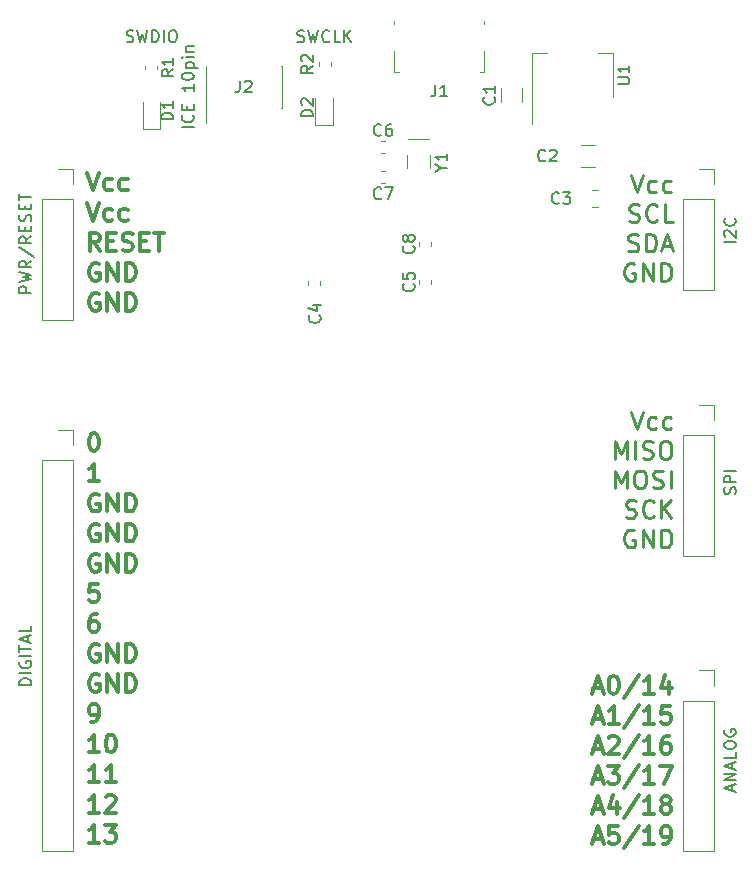
<source format=gbr>
G04 #@! TF.GenerationSoftware,KiCad,Pcbnew,(5.0.0-3-g5ebb6b6)*
G04 #@! TF.CreationDate,2019-01-17T20:41:18+00:00*
G04 #@! TF.ProjectId,Mangler,4D616E676C65722E6B696361645F7063,rev?*
G04 #@! TF.SameCoordinates,Original*
G04 #@! TF.FileFunction,Legend,Top*
G04 #@! TF.FilePolarity,Positive*
%FSLAX46Y46*%
G04 Gerber Fmt 4.6, Leading zero omitted, Abs format (unit mm)*
G04 Created by KiCad (PCBNEW (5.0.0-3-g5ebb6b6)) date Thursday, 17 January 2019 at 20:41:18*
%MOMM*%
%LPD*%
G01*
G04 APERTURE LIST*
%ADD10C,0.300000*%
%ADD11C,0.250000*%
%ADD12C,0.120000*%
%ADD13C,0.150000*%
G04 APERTURE END LIST*
D10*
X27237857Y-40008571D02*
X27737857Y-41508571D01*
X28237857Y-40008571D01*
X29380714Y-41437142D02*
X29237857Y-41508571D01*
X28952142Y-41508571D01*
X28809285Y-41437142D01*
X28737857Y-41365714D01*
X28666428Y-41222857D01*
X28666428Y-40794285D01*
X28737857Y-40651428D01*
X28809285Y-40580000D01*
X28952142Y-40508571D01*
X29237857Y-40508571D01*
X29380714Y-40580000D01*
X30666428Y-41437142D02*
X30523571Y-41508571D01*
X30237857Y-41508571D01*
X30095000Y-41437142D01*
X30023571Y-41365714D01*
X29952142Y-41222857D01*
X29952142Y-40794285D01*
X30023571Y-40651428D01*
X30095000Y-40580000D01*
X30237857Y-40508571D01*
X30523571Y-40508571D01*
X30666428Y-40580000D01*
X27237857Y-42558571D02*
X27737857Y-44058571D01*
X28237857Y-42558571D01*
X29380714Y-43987142D02*
X29237857Y-44058571D01*
X28952142Y-44058571D01*
X28809285Y-43987142D01*
X28737857Y-43915714D01*
X28666428Y-43772857D01*
X28666428Y-43344285D01*
X28737857Y-43201428D01*
X28809285Y-43130000D01*
X28952142Y-43058571D01*
X29237857Y-43058571D01*
X29380714Y-43130000D01*
X30666428Y-43987142D02*
X30523571Y-44058571D01*
X30237857Y-44058571D01*
X30095000Y-43987142D01*
X30023571Y-43915714D01*
X29952142Y-43772857D01*
X29952142Y-43344285D01*
X30023571Y-43201428D01*
X30095000Y-43130000D01*
X30237857Y-43058571D01*
X30523571Y-43058571D01*
X30666428Y-43130000D01*
X28309285Y-46608571D02*
X27809285Y-45894285D01*
X27452142Y-46608571D02*
X27452142Y-45108571D01*
X28023571Y-45108571D01*
X28166428Y-45180000D01*
X28237857Y-45251428D01*
X28309285Y-45394285D01*
X28309285Y-45608571D01*
X28237857Y-45751428D01*
X28166428Y-45822857D01*
X28023571Y-45894285D01*
X27452142Y-45894285D01*
X28952142Y-45822857D02*
X29452142Y-45822857D01*
X29666428Y-46608571D02*
X28952142Y-46608571D01*
X28952142Y-45108571D01*
X29666428Y-45108571D01*
X30237857Y-46537142D02*
X30452142Y-46608571D01*
X30809285Y-46608571D01*
X30952142Y-46537142D01*
X31023571Y-46465714D01*
X31095000Y-46322857D01*
X31095000Y-46180000D01*
X31023571Y-46037142D01*
X30952142Y-45965714D01*
X30809285Y-45894285D01*
X30523571Y-45822857D01*
X30380714Y-45751428D01*
X30309285Y-45680000D01*
X30237857Y-45537142D01*
X30237857Y-45394285D01*
X30309285Y-45251428D01*
X30380714Y-45180000D01*
X30523571Y-45108571D01*
X30880714Y-45108571D01*
X31095000Y-45180000D01*
X31737857Y-45822857D02*
X32237857Y-45822857D01*
X32452142Y-46608571D02*
X31737857Y-46608571D01*
X31737857Y-45108571D01*
X32452142Y-45108571D01*
X32880714Y-45108571D02*
X33737857Y-45108571D01*
X33309285Y-46608571D02*
X33309285Y-45108571D01*
X28237857Y-47730000D02*
X28095000Y-47658571D01*
X27880714Y-47658571D01*
X27666428Y-47730000D01*
X27523571Y-47872857D01*
X27452142Y-48015714D01*
X27380714Y-48301428D01*
X27380714Y-48515714D01*
X27452142Y-48801428D01*
X27523571Y-48944285D01*
X27666428Y-49087142D01*
X27880714Y-49158571D01*
X28023571Y-49158571D01*
X28237857Y-49087142D01*
X28309285Y-49015714D01*
X28309285Y-48515714D01*
X28023571Y-48515714D01*
X28952142Y-49158571D02*
X28952142Y-47658571D01*
X29809285Y-49158571D01*
X29809285Y-47658571D01*
X30523571Y-49158571D02*
X30523571Y-47658571D01*
X30880714Y-47658571D01*
X31095000Y-47730000D01*
X31237857Y-47872857D01*
X31309285Y-48015714D01*
X31380714Y-48301428D01*
X31380714Y-48515714D01*
X31309285Y-48801428D01*
X31237857Y-48944285D01*
X31095000Y-49087142D01*
X30880714Y-49158571D01*
X30523571Y-49158571D01*
X28237857Y-50280000D02*
X28095000Y-50208571D01*
X27880714Y-50208571D01*
X27666428Y-50280000D01*
X27523571Y-50422857D01*
X27452142Y-50565714D01*
X27380714Y-50851428D01*
X27380714Y-51065714D01*
X27452142Y-51351428D01*
X27523571Y-51494285D01*
X27666428Y-51637142D01*
X27880714Y-51708571D01*
X28023571Y-51708571D01*
X28237857Y-51637142D01*
X28309285Y-51565714D01*
X28309285Y-51065714D01*
X28023571Y-51065714D01*
X28952142Y-51708571D02*
X28952142Y-50208571D01*
X29809285Y-51708571D01*
X29809285Y-50208571D01*
X30523571Y-51708571D02*
X30523571Y-50208571D01*
X30880714Y-50208571D01*
X31095000Y-50280000D01*
X31237857Y-50422857D01*
X31309285Y-50565714D01*
X31380714Y-50851428D01*
X31380714Y-51065714D01*
X31309285Y-51351428D01*
X31237857Y-51494285D01*
X31095000Y-51637142D01*
X30880714Y-51708571D01*
X30523571Y-51708571D01*
X27737857Y-62083571D02*
X27880714Y-62083571D01*
X28023571Y-62155000D01*
X28095000Y-62226428D01*
X28166428Y-62369285D01*
X28237857Y-62655000D01*
X28237857Y-63012142D01*
X28166428Y-63297857D01*
X28095000Y-63440714D01*
X28023571Y-63512142D01*
X27880714Y-63583571D01*
X27737857Y-63583571D01*
X27595000Y-63512142D01*
X27523571Y-63440714D01*
X27452142Y-63297857D01*
X27380714Y-63012142D01*
X27380714Y-62655000D01*
X27452142Y-62369285D01*
X27523571Y-62226428D01*
X27595000Y-62155000D01*
X27737857Y-62083571D01*
X28237857Y-66133571D02*
X27380714Y-66133571D01*
X27809285Y-66133571D02*
X27809285Y-64633571D01*
X27666428Y-64847857D01*
X27523571Y-64990714D01*
X27380714Y-65062142D01*
X28237857Y-67255000D02*
X28095000Y-67183571D01*
X27880714Y-67183571D01*
X27666428Y-67255000D01*
X27523571Y-67397857D01*
X27452142Y-67540714D01*
X27380714Y-67826428D01*
X27380714Y-68040714D01*
X27452142Y-68326428D01*
X27523571Y-68469285D01*
X27666428Y-68612142D01*
X27880714Y-68683571D01*
X28023571Y-68683571D01*
X28237857Y-68612142D01*
X28309285Y-68540714D01*
X28309285Y-68040714D01*
X28023571Y-68040714D01*
X28952142Y-68683571D02*
X28952142Y-67183571D01*
X29809285Y-68683571D01*
X29809285Y-67183571D01*
X30523571Y-68683571D02*
X30523571Y-67183571D01*
X30880714Y-67183571D01*
X31095000Y-67255000D01*
X31237857Y-67397857D01*
X31309285Y-67540714D01*
X31380714Y-67826428D01*
X31380714Y-68040714D01*
X31309285Y-68326428D01*
X31237857Y-68469285D01*
X31095000Y-68612142D01*
X30880714Y-68683571D01*
X30523571Y-68683571D01*
X28237857Y-69805000D02*
X28095000Y-69733571D01*
X27880714Y-69733571D01*
X27666428Y-69805000D01*
X27523571Y-69947857D01*
X27452142Y-70090714D01*
X27380714Y-70376428D01*
X27380714Y-70590714D01*
X27452142Y-70876428D01*
X27523571Y-71019285D01*
X27666428Y-71162142D01*
X27880714Y-71233571D01*
X28023571Y-71233571D01*
X28237857Y-71162142D01*
X28309285Y-71090714D01*
X28309285Y-70590714D01*
X28023571Y-70590714D01*
X28952142Y-71233571D02*
X28952142Y-69733571D01*
X29809285Y-71233571D01*
X29809285Y-69733571D01*
X30523571Y-71233571D02*
X30523571Y-69733571D01*
X30880714Y-69733571D01*
X31095000Y-69805000D01*
X31237857Y-69947857D01*
X31309285Y-70090714D01*
X31380714Y-70376428D01*
X31380714Y-70590714D01*
X31309285Y-70876428D01*
X31237857Y-71019285D01*
X31095000Y-71162142D01*
X30880714Y-71233571D01*
X30523571Y-71233571D01*
X28237857Y-72355000D02*
X28095000Y-72283571D01*
X27880714Y-72283571D01*
X27666428Y-72355000D01*
X27523571Y-72497857D01*
X27452142Y-72640714D01*
X27380714Y-72926428D01*
X27380714Y-73140714D01*
X27452142Y-73426428D01*
X27523571Y-73569285D01*
X27666428Y-73712142D01*
X27880714Y-73783571D01*
X28023571Y-73783571D01*
X28237857Y-73712142D01*
X28309285Y-73640714D01*
X28309285Y-73140714D01*
X28023571Y-73140714D01*
X28952142Y-73783571D02*
X28952142Y-72283571D01*
X29809285Y-73783571D01*
X29809285Y-72283571D01*
X30523571Y-73783571D02*
X30523571Y-72283571D01*
X30880714Y-72283571D01*
X31095000Y-72355000D01*
X31237857Y-72497857D01*
X31309285Y-72640714D01*
X31380714Y-72926428D01*
X31380714Y-73140714D01*
X31309285Y-73426428D01*
X31237857Y-73569285D01*
X31095000Y-73712142D01*
X30880714Y-73783571D01*
X30523571Y-73783571D01*
X28166428Y-74833571D02*
X27452142Y-74833571D01*
X27380714Y-75547857D01*
X27452142Y-75476428D01*
X27595000Y-75405000D01*
X27952142Y-75405000D01*
X28095000Y-75476428D01*
X28166428Y-75547857D01*
X28237857Y-75690714D01*
X28237857Y-76047857D01*
X28166428Y-76190714D01*
X28095000Y-76262142D01*
X27952142Y-76333571D01*
X27595000Y-76333571D01*
X27452142Y-76262142D01*
X27380714Y-76190714D01*
X28095000Y-77383571D02*
X27809285Y-77383571D01*
X27666428Y-77455000D01*
X27595000Y-77526428D01*
X27452142Y-77740714D01*
X27380714Y-78026428D01*
X27380714Y-78597857D01*
X27452142Y-78740714D01*
X27523571Y-78812142D01*
X27666428Y-78883571D01*
X27952142Y-78883571D01*
X28095000Y-78812142D01*
X28166428Y-78740714D01*
X28237857Y-78597857D01*
X28237857Y-78240714D01*
X28166428Y-78097857D01*
X28095000Y-78026428D01*
X27952142Y-77955000D01*
X27666428Y-77955000D01*
X27523571Y-78026428D01*
X27452142Y-78097857D01*
X27380714Y-78240714D01*
X28237857Y-80005000D02*
X28095000Y-79933571D01*
X27880714Y-79933571D01*
X27666428Y-80005000D01*
X27523571Y-80147857D01*
X27452142Y-80290714D01*
X27380714Y-80576428D01*
X27380714Y-80790714D01*
X27452142Y-81076428D01*
X27523571Y-81219285D01*
X27666428Y-81362142D01*
X27880714Y-81433571D01*
X28023571Y-81433571D01*
X28237857Y-81362142D01*
X28309285Y-81290714D01*
X28309285Y-80790714D01*
X28023571Y-80790714D01*
X28952142Y-81433571D02*
X28952142Y-79933571D01*
X29809285Y-81433571D01*
X29809285Y-79933571D01*
X30523571Y-81433571D02*
X30523571Y-79933571D01*
X30880714Y-79933571D01*
X31095000Y-80005000D01*
X31237857Y-80147857D01*
X31309285Y-80290714D01*
X31380714Y-80576428D01*
X31380714Y-80790714D01*
X31309285Y-81076428D01*
X31237857Y-81219285D01*
X31095000Y-81362142D01*
X30880714Y-81433571D01*
X30523571Y-81433571D01*
X28237857Y-82555000D02*
X28095000Y-82483571D01*
X27880714Y-82483571D01*
X27666428Y-82555000D01*
X27523571Y-82697857D01*
X27452142Y-82840714D01*
X27380714Y-83126428D01*
X27380714Y-83340714D01*
X27452142Y-83626428D01*
X27523571Y-83769285D01*
X27666428Y-83912142D01*
X27880714Y-83983571D01*
X28023571Y-83983571D01*
X28237857Y-83912142D01*
X28309285Y-83840714D01*
X28309285Y-83340714D01*
X28023571Y-83340714D01*
X28952142Y-83983571D02*
X28952142Y-82483571D01*
X29809285Y-83983571D01*
X29809285Y-82483571D01*
X30523571Y-83983571D02*
X30523571Y-82483571D01*
X30880714Y-82483571D01*
X31095000Y-82555000D01*
X31237857Y-82697857D01*
X31309285Y-82840714D01*
X31380714Y-83126428D01*
X31380714Y-83340714D01*
X31309285Y-83626428D01*
X31237857Y-83769285D01*
X31095000Y-83912142D01*
X30880714Y-83983571D01*
X30523571Y-83983571D01*
X27523571Y-86533571D02*
X27809285Y-86533571D01*
X27952142Y-86462142D01*
X28023571Y-86390714D01*
X28166428Y-86176428D01*
X28237857Y-85890714D01*
X28237857Y-85319285D01*
X28166428Y-85176428D01*
X28095000Y-85105000D01*
X27952142Y-85033571D01*
X27666428Y-85033571D01*
X27523571Y-85105000D01*
X27452142Y-85176428D01*
X27380714Y-85319285D01*
X27380714Y-85676428D01*
X27452142Y-85819285D01*
X27523571Y-85890714D01*
X27666428Y-85962142D01*
X27952142Y-85962142D01*
X28095000Y-85890714D01*
X28166428Y-85819285D01*
X28237857Y-85676428D01*
X28237857Y-89083571D02*
X27380714Y-89083571D01*
X27809285Y-89083571D02*
X27809285Y-87583571D01*
X27666428Y-87797857D01*
X27523571Y-87940714D01*
X27380714Y-88012142D01*
X29166428Y-87583571D02*
X29309285Y-87583571D01*
X29452142Y-87655000D01*
X29523571Y-87726428D01*
X29595000Y-87869285D01*
X29666428Y-88155000D01*
X29666428Y-88512142D01*
X29595000Y-88797857D01*
X29523571Y-88940714D01*
X29452142Y-89012142D01*
X29309285Y-89083571D01*
X29166428Y-89083571D01*
X29023571Y-89012142D01*
X28952142Y-88940714D01*
X28880714Y-88797857D01*
X28809285Y-88512142D01*
X28809285Y-88155000D01*
X28880714Y-87869285D01*
X28952142Y-87726428D01*
X29023571Y-87655000D01*
X29166428Y-87583571D01*
X28237857Y-91633571D02*
X27380714Y-91633571D01*
X27809285Y-91633571D02*
X27809285Y-90133571D01*
X27666428Y-90347857D01*
X27523571Y-90490714D01*
X27380714Y-90562142D01*
X29666428Y-91633571D02*
X28809285Y-91633571D01*
X29237857Y-91633571D02*
X29237857Y-90133571D01*
X29095000Y-90347857D01*
X28952142Y-90490714D01*
X28809285Y-90562142D01*
X28237857Y-94183571D02*
X27380714Y-94183571D01*
X27809285Y-94183571D02*
X27809285Y-92683571D01*
X27666428Y-92897857D01*
X27523571Y-93040714D01*
X27380714Y-93112142D01*
X28809285Y-92826428D02*
X28880714Y-92755000D01*
X29023571Y-92683571D01*
X29380714Y-92683571D01*
X29523571Y-92755000D01*
X29595000Y-92826428D01*
X29666428Y-92969285D01*
X29666428Y-93112142D01*
X29595000Y-93326428D01*
X28737857Y-94183571D01*
X29666428Y-94183571D01*
X28237857Y-96733571D02*
X27380714Y-96733571D01*
X27809285Y-96733571D02*
X27809285Y-95233571D01*
X27666428Y-95447857D01*
X27523571Y-95590714D01*
X27380714Y-95662142D01*
X28737857Y-95233571D02*
X29666428Y-95233571D01*
X29166428Y-95805000D01*
X29380714Y-95805000D01*
X29523571Y-95876428D01*
X29595000Y-95947857D01*
X29666428Y-96090714D01*
X29666428Y-96447857D01*
X29595000Y-96590714D01*
X29523571Y-96662142D01*
X29380714Y-96733571D01*
X28952142Y-96733571D01*
X28809285Y-96662142D01*
X28737857Y-96590714D01*
X70097857Y-83675000D02*
X70812142Y-83675000D01*
X69955000Y-84103571D02*
X70455000Y-82603571D01*
X70955000Y-84103571D01*
X71740714Y-82603571D02*
X71883571Y-82603571D01*
X72026428Y-82675000D01*
X72097857Y-82746428D01*
X72169285Y-82889285D01*
X72240714Y-83175000D01*
X72240714Y-83532142D01*
X72169285Y-83817857D01*
X72097857Y-83960714D01*
X72026428Y-84032142D01*
X71883571Y-84103571D01*
X71740714Y-84103571D01*
X71597857Y-84032142D01*
X71526428Y-83960714D01*
X71455000Y-83817857D01*
X71383571Y-83532142D01*
X71383571Y-83175000D01*
X71455000Y-82889285D01*
X71526428Y-82746428D01*
X71597857Y-82675000D01*
X71740714Y-82603571D01*
X73955000Y-82532142D02*
X72669285Y-84460714D01*
X75240714Y-84103571D02*
X74383571Y-84103571D01*
X74812142Y-84103571D02*
X74812142Y-82603571D01*
X74669285Y-82817857D01*
X74526428Y-82960714D01*
X74383571Y-83032142D01*
X76526428Y-83103571D02*
X76526428Y-84103571D01*
X76169285Y-82532142D02*
X75812142Y-83603571D01*
X76740714Y-83603571D01*
X70097857Y-86225000D02*
X70812142Y-86225000D01*
X69955000Y-86653571D02*
X70455000Y-85153571D01*
X70955000Y-86653571D01*
X72240714Y-86653571D02*
X71383571Y-86653571D01*
X71812142Y-86653571D02*
X71812142Y-85153571D01*
X71669285Y-85367857D01*
X71526428Y-85510714D01*
X71383571Y-85582142D01*
X73955000Y-85082142D02*
X72669285Y-87010714D01*
X75240714Y-86653571D02*
X74383571Y-86653571D01*
X74812142Y-86653571D02*
X74812142Y-85153571D01*
X74669285Y-85367857D01*
X74526428Y-85510714D01*
X74383571Y-85582142D01*
X76597857Y-85153571D02*
X75883571Y-85153571D01*
X75812142Y-85867857D01*
X75883571Y-85796428D01*
X76026428Y-85725000D01*
X76383571Y-85725000D01*
X76526428Y-85796428D01*
X76597857Y-85867857D01*
X76669285Y-86010714D01*
X76669285Y-86367857D01*
X76597857Y-86510714D01*
X76526428Y-86582142D01*
X76383571Y-86653571D01*
X76026428Y-86653571D01*
X75883571Y-86582142D01*
X75812142Y-86510714D01*
X70097857Y-88775000D02*
X70812142Y-88775000D01*
X69955000Y-89203571D02*
X70455000Y-87703571D01*
X70955000Y-89203571D01*
X71383571Y-87846428D02*
X71455000Y-87775000D01*
X71597857Y-87703571D01*
X71955000Y-87703571D01*
X72097857Y-87775000D01*
X72169285Y-87846428D01*
X72240714Y-87989285D01*
X72240714Y-88132142D01*
X72169285Y-88346428D01*
X71312142Y-89203571D01*
X72240714Y-89203571D01*
X73955000Y-87632142D02*
X72669285Y-89560714D01*
X75240714Y-89203571D02*
X74383571Y-89203571D01*
X74812142Y-89203571D02*
X74812142Y-87703571D01*
X74669285Y-87917857D01*
X74526428Y-88060714D01*
X74383571Y-88132142D01*
X76526428Y-87703571D02*
X76240714Y-87703571D01*
X76097857Y-87775000D01*
X76026428Y-87846428D01*
X75883571Y-88060714D01*
X75812142Y-88346428D01*
X75812142Y-88917857D01*
X75883571Y-89060714D01*
X75955000Y-89132142D01*
X76097857Y-89203571D01*
X76383571Y-89203571D01*
X76526428Y-89132142D01*
X76597857Y-89060714D01*
X76669285Y-88917857D01*
X76669285Y-88560714D01*
X76597857Y-88417857D01*
X76526428Y-88346428D01*
X76383571Y-88275000D01*
X76097857Y-88275000D01*
X75955000Y-88346428D01*
X75883571Y-88417857D01*
X75812142Y-88560714D01*
X70097857Y-91325000D02*
X70812142Y-91325000D01*
X69955000Y-91753571D02*
X70455000Y-90253571D01*
X70955000Y-91753571D01*
X71312142Y-90253571D02*
X72240714Y-90253571D01*
X71740714Y-90825000D01*
X71955000Y-90825000D01*
X72097857Y-90896428D01*
X72169285Y-90967857D01*
X72240714Y-91110714D01*
X72240714Y-91467857D01*
X72169285Y-91610714D01*
X72097857Y-91682142D01*
X71955000Y-91753571D01*
X71526428Y-91753571D01*
X71383571Y-91682142D01*
X71312142Y-91610714D01*
X73955000Y-90182142D02*
X72669285Y-92110714D01*
X75240714Y-91753571D02*
X74383571Y-91753571D01*
X74812142Y-91753571D02*
X74812142Y-90253571D01*
X74669285Y-90467857D01*
X74526428Y-90610714D01*
X74383571Y-90682142D01*
X75740714Y-90253571D02*
X76740714Y-90253571D01*
X76097857Y-91753571D01*
X70097857Y-93875000D02*
X70812142Y-93875000D01*
X69955000Y-94303571D02*
X70455000Y-92803571D01*
X70955000Y-94303571D01*
X72097857Y-93303571D02*
X72097857Y-94303571D01*
X71740714Y-92732142D02*
X71383571Y-93803571D01*
X72312142Y-93803571D01*
X73955000Y-92732142D02*
X72669285Y-94660714D01*
X75240714Y-94303571D02*
X74383571Y-94303571D01*
X74812142Y-94303571D02*
X74812142Y-92803571D01*
X74669285Y-93017857D01*
X74526428Y-93160714D01*
X74383571Y-93232142D01*
X76097857Y-93446428D02*
X75955000Y-93375000D01*
X75883571Y-93303571D01*
X75812142Y-93160714D01*
X75812142Y-93089285D01*
X75883571Y-92946428D01*
X75955000Y-92875000D01*
X76097857Y-92803571D01*
X76383571Y-92803571D01*
X76526428Y-92875000D01*
X76597857Y-92946428D01*
X76669285Y-93089285D01*
X76669285Y-93160714D01*
X76597857Y-93303571D01*
X76526428Y-93375000D01*
X76383571Y-93446428D01*
X76097857Y-93446428D01*
X75955000Y-93517857D01*
X75883571Y-93589285D01*
X75812142Y-93732142D01*
X75812142Y-94017857D01*
X75883571Y-94160714D01*
X75955000Y-94232142D01*
X76097857Y-94303571D01*
X76383571Y-94303571D01*
X76526428Y-94232142D01*
X76597857Y-94160714D01*
X76669285Y-94017857D01*
X76669285Y-93732142D01*
X76597857Y-93589285D01*
X76526428Y-93517857D01*
X76383571Y-93446428D01*
X70097857Y-96425000D02*
X70812142Y-96425000D01*
X69955000Y-96853571D02*
X70455000Y-95353571D01*
X70955000Y-96853571D01*
X72169285Y-95353571D02*
X71455000Y-95353571D01*
X71383571Y-96067857D01*
X71455000Y-95996428D01*
X71597857Y-95925000D01*
X71955000Y-95925000D01*
X72097857Y-95996428D01*
X72169285Y-96067857D01*
X72240714Y-96210714D01*
X72240714Y-96567857D01*
X72169285Y-96710714D01*
X72097857Y-96782142D01*
X71955000Y-96853571D01*
X71597857Y-96853571D01*
X71455000Y-96782142D01*
X71383571Y-96710714D01*
X73955000Y-95282142D02*
X72669285Y-97210714D01*
X75240714Y-96853571D02*
X74383571Y-96853571D01*
X74812142Y-96853571D02*
X74812142Y-95353571D01*
X74669285Y-95567857D01*
X74526428Y-95710714D01*
X74383571Y-95782142D01*
X75955000Y-96853571D02*
X76240714Y-96853571D01*
X76383571Y-96782142D01*
X76455000Y-96710714D01*
X76597857Y-96496428D01*
X76669285Y-96210714D01*
X76669285Y-95639285D01*
X76597857Y-95496428D01*
X76526428Y-95425000D01*
X76383571Y-95353571D01*
X76097857Y-95353571D01*
X75955000Y-95425000D01*
X75883571Y-95496428D01*
X75812142Y-95639285D01*
X75812142Y-95996428D01*
X75883571Y-96139285D01*
X75955000Y-96210714D01*
X76097857Y-96282142D01*
X76383571Y-96282142D01*
X76526428Y-96210714D01*
X76597857Y-96139285D01*
X76669285Y-95996428D01*
D11*
X73273214Y-60228571D02*
X73773214Y-61728571D01*
X74273214Y-60228571D01*
X75416071Y-61657142D02*
X75273214Y-61728571D01*
X74987500Y-61728571D01*
X74844642Y-61657142D01*
X74773214Y-61585714D01*
X74701785Y-61442857D01*
X74701785Y-61014285D01*
X74773214Y-60871428D01*
X74844642Y-60800000D01*
X74987500Y-60728571D01*
X75273214Y-60728571D01*
X75416071Y-60800000D01*
X76701785Y-61657142D02*
X76558928Y-61728571D01*
X76273214Y-61728571D01*
X76130357Y-61657142D01*
X76058928Y-61585714D01*
X75987500Y-61442857D01*
X75987500Y-61014285D01*
X76058928Y-60871428D01*
X76130357Y-60800000D01*
X76273214Y-60728571D01*
X76558928Y-60728571D01*
X76701785Y-60800000D01*
X71916071Y-64228571D02*
X71916071Y-62728571D01*
X72416071Y-63800000D01*
X72916071Y-62728571D01*
X72916071Y-64228571D01*
X73630357Y-64228571D02*
X73630357Y-62728571D01*
X74273214Y-64157142D02*
X74487500Y-64228571D01*
X74844642Y-64228571D01*
X74987500Y-64157142D01*
X75058928Y-64085714D01*
X75130357Y-63942857D01*
X75130357Y-63800000D01*
X75058928Y-63657142D01*
X74987500Y-63585714D01*
X74844642Y-63514285D01*
X74558928Y-63442857D01*
X74416071Y-63371428D01*
X74344642Y-63300000D01*
X74273214Y-63157142D01*
X74273214Y-63014285D01*
X74344642Y-62871428D01*
X74416071Y-62800000D01*
X74558928Y-62728571D01*
X74916071Y-62728571D01*
X75130357Y-62800000D01*
X76058928Y-62728571D02*
X76344642Y-62728571D01*
X76487500Y-62800000D01*
X76630357Y-62942857D01*
X76701785Y-63228571D01*
X76701785Y-63728571D01*
X76630357Y-64014285D01*
X76487500Y-64157142D01*
X76344642Y-64228571D01*
X76058928Y-64228571D01*
X75916071Y-64157142D01*
X75773214Y-64014285D01*
X75701785Y-63728571D01*
X75701785Y-63228571D01*
X75773214Y-62942857D01*
X75916071Y-62800000D01*
X76058928Y-62728571D01*
X71916071Y-66728571D02*
X71916071Y-65228571D01*
X72416071Y-66300000D01*
X72916071Y-65228571D01*
X72916071Y-66728571D01*
X73916071Y-65228571D02*
X74201785Y-65228571D01*
X74344642Y-65300000D01*
X74487500Y-65442857D01*
X74558928Y-65728571D01*
X74558928Y-66228571D01*
X74487500Y-66514285D01*
X74344642Y-66657142D01*
X74201785Y-66728571D01*
X73916071Y-66728571D01*
X73773214Y-66657142D01*
X73630357Y-66514285D01*
X73558928Y-66228571D01*
X73558928Y-65728571D01*
X73630357Y-65442857D01*
X73773214Y-65300000D01*
X73916071Y-65228571D01*
X75130357Y-66657142D02*
X75344642Y-66728571D01*
X75701785Y-66728571D01*
X75844642Y-66657142D01*
X75916071Y-66585714D01*
X75987500Y-66442857D01*
X75987500Y-66300000D01*
X75916071Y-66157142D01*
X75844642Y-66085714D01*
X75701785Y-66014285D01*
X75416071Y-65942857D01*
X75273214Y-65871428D01*
X75201785Y-65800000D01*
X75130357Y-65657142D01*
X75130357Y-65514285D01*
X75201785Y-65371428D01*
X75273214Y-65300000D01*
X75416071Y-65228571D01*
X75773214Y-65228571D01*
X75987500Y-65300000D01*
X76630357Y-66728571D02*
X76630357Y-65228571D01*
X72844642Y-69157142D02*
X73058928Y-69228571D01*
X73416071Y-69228571D01*
X73558928Y-69157142D01*
X73630357Y-69085714D01*
X73701785Y-68942857D01*
X73701785Y-68800000D01*
X73630357Y-68657142D01*
X73558928Y-68585714D01*
X73416071Y-68514285D01*
X73130357Y-68442857D01*
X72987500Y-68371428D01*
X72916071Y-68300000D01*
X72844642Y-68157142D01*
X72844642Y-68014285D01*
X72916071Y-67871428D01*
X72987500Y-67800000D01*
X73130357Y-67728571D01*
X73487500Y-67728571D01*
X73701785Y-67800000D01*
X75201785Y-69085714D02*
X75130357Y-69157142D01*
X74916071Y-69228571D01*
X74773214Y-69228571D01*
X74558928Y-69157142D01*
X74416071Y-69014285D01*
X74344642Y-68871428D01*
X74273214Y-68585714D01*
X74273214Y-68371428D01*
X74344642Y-68085714D01*
X74416071Y-67942857D01*
X74558928Y-67800000D01*
X74773214Y-67728571D01*
X74916071Y-67728571D01*
X75130357Y-67800000D01*
X75201785Y-67871428D01*
X75844642Y-69228571D02*
X75844642Y-67728571D01*
X76701785Y-69228571D02*
X76058928Y-68371428D01*
X76701785Y-67728571D02*
X75844642Y-68585714D01*
X73558928Y-70300000D02*
X73416071Y-70228571D01*
X73201785Y-70228571D01*
X72987500Y-70300000D01*
X72844642Y-70442857D01*
X72773214Y-70585714D01*
X72701785Y-70871428D01*
X72701785Y-71085714D01*
X72773214Y-71371428D01*
X72844642Y-71514285D01*
X72987500Y-71657142D01*
X73201785Y-71728571D01*
X73344642Y-71728571D01*
X73558928Y-71657142D01*
X73630357Y-71585714D01*
X73630357Y-71085714D01*
X73344642Y-71085714D01*
X74273214Y-71728571D02*
X74273214Y-70228571D01*
X75130357Y-71728571D01*
X75130357Y-70228571D01*
X75844642Y-71728571D02*
X75844642Y-70228571D01*
X76201785Y-70228571D01*
X76416071Y-70300000D01*
X76558928Y-70442857D01*
X76630357Y-70585714D01*
X76701785Y-70871428D01*
X76701785Y-71085714D01*
X76630357Y-71371428D01*
X76558928Y-71514285D01*
X76416071Y-71657142D01*
X76201785Y-71728571D01*
X75844642Y-71728571D01*
X73273214Y-40178571D02*
X73773214Y-41678571D01*
X74273214Y-40178571D01*
X75416071Y-41607142D02*
X75273214Y-41678571D01*
X74987500Y-41678571D01*
X74844642Y-41607142D01*
X74773214Y-41535714D01*
X74701785Y-41392857D01*
X74701785Y-40964285D01*
X74773214Y-40821428D01*
X74844642Y-40750000D01*
X74987500Y-40678571D01*
X75273214Y-40678571D01*
X75416071Y-40750000D01*
X76701785Y-41607142D02*
X76558928Y-41678571D01*
X76273214Y-41678571D01*
X76130357Y-41607142D01*
X76058928Y-41535714D01*
X75987500Y-41392857D01*
X75987500Y-40964285D01*
X76058928Y-40821428D01*
X76130357Y-40750000D01*
X76273214Y-40678571D01*
X76558928Y-40678571D01*
X76701785Y-40750000D01*
X73130357Y-44107142D02*
X73344642Y-44178571D01*
X73701785Y-44178571D01*
X73844642Y-44107142D01*
X73916071Y-44035714D01*
X73987500Y-43892857D01*
X73987500Y-43750000D01*
X73916071Y-43607142D01*
X73844642Y-43535714D01*
X73701785Y-43464285D01*
X73416071Y-43392857D01*
X73273214Y-43321428D01*
X73201785Y-43250000D01*
X73130357Y-43107142D01*
X73130357Y-42964285D01*
X73201785Y-42821428D01*
X73273214Y-42750000D01*
X73416071Y-42678571D01*
X73773214Y-42678571D01*
X73987500Y-42750000D01*
X75487500Y-44035714D02*
X75416071Y-44107142D01*
X75201785Y-44178571D01*
X75058928Y-44178571D01*
X74844642Y-44107142D01*
X74701785Y-43964285D01*
X74630357Y-43821428D01*
X74558928Y-43535714D01*
X74558928Y-43321428D01*
X74630357Y-43035714D01*
X74701785Y-42892857D01*
X74844642Y-42750000D01*
X75058928Y-42678571D01*
X75201785Y-42678571D01*
X75416071Y-42750000D01*
X75487500Y-42821428D01*
X76844642Y-44178571D02*
X76130357Y-44178571D01*
X76130357Y-42678571D01*
X73058928Y-46607142D02*
X73273214Y-46678571D01*
X73630357Y-46678571D01*
X73773214Y-46607142D01*
X73844642Y-46535714D01*
X73916071Y-46392857D01*
X73916071Y-46250000D01*
X73844642Y-46107142D01*
X73773214Y-46035714D01*
X73630357Y-45964285D01*
X73344642Y-45892857D01*
X73201785Y-45821428D01*
X73130357Y-45750000D01*
X73058928Y-45607142D01*
X73058928Y-45464285D01*
X73130357Y-45321428D01*
X73201785Y-45250000D01*
X73344642Y-45178571D01*
X73701785Y-45178571D01*
X73916071Y-45250000D01*
X74558928Y-46678571D02*
X74558928Y-45178571D01*
X74916071Y-45178571D01*
X75130357Y-45250000D01*
X75273214Y-45392857D01*
X75344642Y-45535714D01*
X75416071Y-45821428D01*
X75416071Y-46035714D01*
X75344642Y-46321428D01*
X75273214Y-46464285D01*
X75130357Y-46607142D01*
X74916071Y-46678571D01*
X74558928Y-46678571D01*
X75987500Y-46250000D02*
X76701785Y-46250000D01*
X75844642Y-46678571D02*
X76344642Y-45178571D01*
X76844642Y-46678571D01*
X73558928Y-47750000D02*
X73416071Y-47678571D01*
X73201785Y-47678571D01*
X72987500Y-47750000D01*
X72844642Y-47892857D01*
X72773214Y-48035714D01*
X72701785Y-48321428D01*
X72701785Y-48535714D01*
X72773214Y-48821428D01*
X72844642Y-48964285D01*
X72987500Y-49107142D01*
X73201785Y-49178571D01*
X73344642Y-49178571D01*
X73558928Y-49107142D01*
X73630357Y-49035714D01*
X73630357Y-48535714D01*
X73344642Y-48535714D01*
X74273214Y-49178571D02*
X74273214Y-47678571D01*
X75130357Y-49178571D01*
X75130357Y-47678571D01*
X75844642Y-49178571D02*
X75844642Y-47678571D01*
X76201785Y-47678571D01*
X76416071Y-47750000D01*
X76558928Y-47892857D01*
X76630357Y-48035714D01*
X76701785Y-48321428D01*
X76701785Y-48535714D01*
X76630357Y-48821428D01*
X76558928Y-48964285D01*
X76416071Y-49107142D01*
X76201785Y-49178571D01*
X75844642Y-49178571D01*
D12*
G04 #@! TO.C,J2*
X43670000Y-30965000D02*
X43735000Y-30965000D01*
X43670000Y-34495000D02*
X43735000Y-34495000D01*
X37265000Y-30965000D02*
X37330000Y-30965000D01*
X37265000Y-34495000D02*
X37330000Y-34495000D01*
X37330000Y-35820000D02*
X37330000Y-34495000D01*
X43735000Y-34495000D02*
X43735000Y-30965000D01*
X37265000Y-34495000D02*
X37265000Y-30965000D01*
G04 #@! TO.C,D2*
X48035000Y-35985000D02*
X48035000Y-33700000D01*
X46565000Y-35985000D02*
X48035000Y-35985000D01*
X46565000Y-33700000D02*
X46565000Y-35985000D01*
G04 #@! TO.C,D1*
X33435000Y-36285000D02*
X33435000Y-34000000D01*
X31965000Y-36285000D02*
X33435000Y-36285000D01*
X31965000Y-34000000D02*
X31965000Y-36285000D01*
G04 #@! TO.C,C1*
X64060000Y-34052064D02*
X64060000Y-32847936D01*
X62240000Y-34052064D02*
X62240000Y-32847936D01*
G04 #@! TO.C,C2*
X70272064Y-39510000D02*
X69067936Y-39510000D01*
X70272064Y-37690000D02*
X69067936Y-37690000D01*
G04 #@! TO.C,C3*
X70528578Y-42910000D02*
X70011422Y-42910000D01*
X70528578Y-41490000D02*
X70011422Y-41490000D01*
G04 #@! TO.C,C4*
X46960000Y-49187221D02*
X46960000Y-49512779D01*
X45940000Y-49187221D02*
X45940000Y-49512779D01*
G04 #@! TO.C,C5*
X55340000Y-49412779D02*
X55340000Y-49087221D01*
X56360000Y-49412779D02*
X56360000Y-49087221D01*
G04 #@! TO.C,C6*
X52462779Y-37320000D02*
X52137221Y-37320000D01*
X52462779Y-38340000D02*
X52137221Y-38340000D01*
G04 #@! TO.C,C7*
X52462779Y-40880000D02*
X52137221Y-40880000D01*
X52462779Y-39860000D02*
X52137221Y-39860000D01*
G04 #@! TO.C,C8*
X55340000Y-45887221D02*
X55340000Y-46212779D01*
X56360000Y-45887221D02*
X56360000Y-46212779D01*
G04 #@! TO.C,J1*
X53240000Y-31510000D02*
X53620000Y-31510000D01*
X53240000Y-27460000D02*
X53240000Y-27200000D01*
X53240000Y-31510000D02*
X53240000Y-29740000D01*
X60860000Y-31510000D02*
X60480000Y-31510000D01*
X60860000Y-29740000D02*
X60860000Y-31510000D01*
X60860000Y-27200000D02*
X60860000Y-27460000D01*
G04 #@! TO.C,J3*
X77670000Y-84720000D02*
X80330000Y-84720000D01*
X77670000Y-84720000D02*
X77670000Y-97480000D01*
X77670000Y-97480000D02*
X80330000Y-97480000D01*
X80330000Y-84720000D02*
X80330000Y-97480000D01*
X80330000Y-82120000D02*
X80330000Y-83450000D01*
X79000000Y-82120000D02*
X80330000Y-82120000D01*
G04 #@! TO.C,J4*
X23420000Y-42270000D02*
X26080000Y-42270000D01*
X23420000Y-42270000D02*
X23420000Y-52490000D01*
X23420000Y-52490000D02*
X26080000Y-52490000D01*
X26080000Y-42270000D02*
X26080000Y-52490000D01*
X26080000Y-39670000D02*
X26080000Y-41000000D01*
X24750000Y-39670000D02*
X26080000Y-39670000D01*
G04 #@! TO.C,J5*
X23420000Y-64370000D02*
X26080000Y-64370000D01*
X23420000Y-64370000D02*
X23420000Y-97450000D01*
X23420000Y-97450000D02*
X26080000Y-97450000D01*
X26080000Y-64370000D02*
X26080000Y-97450000D01*
X26080000Y-61770000D02*
X26080000Y-63100000D01*
X24750000Y-61770000D02*
X26080000Y-61770000D01*
G04 #@! TO.C,J6*
X77670000Y-42270000D02*
X80330000Y-42270000D01*
X77670000Y-42270000D02*
X77670000Y-49950000D01*
X77670000Y-49950000D02*
X80330000Y-49950000D01*
X80330000Y-42270000D02*
X80330000Y-49950000D01*
X80330000Y-39670000D02*
X80330000Y-41000000D01*
X79000000Y-39670000D02*
X80330000Y-39670000D01*
G04 #@! TO.C,J7*
X79000000Y-59645000D02*
X80330000Y-59645000D01*
X80330000Y-59645000D02*
X80330000Y-60975000D01*
X80330000Y-62245000D02*
X80330000Y-72465000D01*
X77670000Y-72465000D02*
X80330000Y-72465000D01*
X77670000Y-62245000D02*
X77670000Y-72465000D01*
X77670000Y-62245000D02*
X80330000Y-62245000D01*
G04 #@! TO.C,R1*
X33170000Y-30937221D02*
X33170000Y-31262779D01*
X32150000Y-30937221D02*
X32150000Y-31262779D01*
G04 #@! TO.C,R2*
X46830000Y-30637221D02*
X46830000Y-30962779D01*
X47850000Y-30637221D02*
X47850000Y-30962779D01*
G04 #@! TO.C,Y1*
X56250000Y-38550000D02*
X56250000Y-39650000D01*
X54350000Y-38550000D02*
X54350000Y-39650000D01*
X56200000Y-37150000D02*
X54400000Y-37150000D01*
G04 #@! TO.C,U1*
X71760000Y-29840000D02*
X70500000Y-29840000D01*
X64940000Y-29840000D02*
X66200000Y-29840000D01*
X71760000Y-33600000D02*
X71760000Y-29840000D01*
X64940000Y-35850000D02*
X64940000Y-29840000D01*
G04 #@! TO.C,J2*
D13*
X40166666Y-32202380D02*
X40166666Y-32916666D01*
X40119047Y-33059523D01*
X40023809Y-33154761D01*
X39880952Y-33202380D01*
X39785714Y-33202380D01*
X40595238Y-32297619D02*
X40642857Y-32250000D01*
X40738095Y-32202380D01*
X40976190Y-32202380D01*
X41071428Y-32250000D01*
X41119047Y-32297619D01*
X41166666Y-32392857D01*
X41166666Y-32488095D01*
X41119047Y-32630952D01*
X40547619Y-33202380D01*
X41166666Y-33202380D01*
X36252380Y-36178571D02*
X35252380Y-36178571D01*
X36157142Y-35130952D02*
X36204761Y-35178571D01*
X36252380Y-35321428D01*
X36252380Y-35416666D01*
X36204761Y-35559523D01*
X36109523Y-35654761D01*
X36014285Y-35702380D01*
X35823809Y-35750000D01*
X35680952Y-35750000D01*
X35490476Y-35702380D01*
X35395238Y-35654761D01*
X35300000Y-35559523D01*
X35252380Y-35416666D01*
X35252380Y-35321428D01*
X35300000Y-35178571D01*
X35347619Y-35130952D01*
X35728571Y-34702380D02*
X35728571Y-34369047D01*
X36252380Y-34226190D02*
X36252380Y-34702380D01*
X35252380Y-34702380D01*
X35252380Y-34226190D01*
X36252380Y-32511904D02*
X36252380Y-33083333D01*
X36252380Y-32797619D02*
X35252380Y-32797619D01*
X35395238Y-32892857D01*
X35490476Y-32988095D01*
X35538095Y-33083333D01*
X35252380Y-31892857D02*
X35252380Y-31797619D01*
X35300000Y-31702380D01*
X35347619Y-31654761D01*
X35442857Y-31607142D01*
X35633333Y-31559523D01*
X35871428Y-31559523D01*
X36061904Y-31607142D01*
X36157142Y-31654761D01*
X36204761Y-31702380D01*
X36252380Y-31797619D01*
X36252380Y-31892857D01*
X36204761Y-31988095D01*
X36157142Y-32035714D01*
X36061904Y-32083333D01*
X35871428Y-32130952D01*
X35633333Y-32130952D01*
X35442857Y-32083333D01*
X35347619Y-32035714D01*
X35300000Y-31988095D01*
X35252380Y-31892857D01*
X35585714Y-31130952D02*
X36585714Y-31130952D01*
X35633333Y-31130952D02*
X35585714Y-31035714D01*
X35585714Y-30845238D01*
X35633333Y-30750000D01*
X35680952Y-30702380D01*
X35776190Y-30654761D01*
X36061904Y-30654761D01*
X36157142Y-30702380D01*
X36204761Y-30750000D01*
X36252380Y-30845238D01*
X36252380Y-31035714D01*
X36204761Y-31130952D01*
X36252380Y-30226190D02*
X35585714Y-30226190D01*
X35252380Y-30226190D02*
X35300000Y-30273809D01*
X35347619Y-30226190D01*
X35300000Y-30178571D01*
X35252380Y-30226190D01*
X35347619Y-30226190D01*
X35585714Y-29750000D02*
X36252380Y-29750000D01*
X35680952Y-29750000D02*
X35633333Y-29702380D01*
X35585714Y-29607142D01*
X35585714Y-29464285D01*
X35633333Y-29369047D01*
X35728571Y-29321428D01*
X36252380Y-29321428D01*
G04 #@! TO.C,D2*
X46352380Y-35238095D02*
X45352380Y-35238095D01*
X45352380Y-35000000D01*
X45400000Y-34857142D01*
X45495238Y-34761904D01*
X45590476Y-34714285D01*
X45780952Y-34666666D01*
X45923809Y-34666666D01*
X46114285Y-34714285D01*
X46209523Y-34761904D01*
X46304761Y-34857142D01*
X46352380Y-35000000D01*
X46352380Y-35238095D01*
X45447619Y-34285714D02*
X45400000Y-34238095D01*
X45352380Y-34142857D01*
X45352380Y-33904761D01*
X45400000Y-33809523D01*
X45447619Y-33761904D01*
X45542857Y-33714285D01*
X45638095Y-33714285D01*
X45780952Y-33761904D01*
X46352380Y-34333333D01*
X46352380Y-33714285D01*
X45038095Y-28904761D02*
X45180952Y-28952380D01*
X45419047Y-28952380D01*
X45514285Y-28904761D01*
X45561904Y-28857142D01*
X45609523Y-28761904D01*
X45609523Y-28666666D01*
X45561904Y-28571428D01*
X45514285Y-28523809D01*
X45419047Y-28476190D01*
X45228571Y-28428571D01*
X45133333Y-28380952D01*
X45085714Y-28333333D01*
X45038095Y-28238095D01*
X45038095Y-28142857D01*
X45085714Y-28047619D01*
X45133333Y-28000000D01*
X45228571Y-27952380D01*
X45466666Y-27952380D01*
X45609523Y-28000000D01*
X45942857Y-27952380D02*
X46180952Y-28952380D01*
X46371428Y-28238095D01*
X46561904Y-28952380D01*
X46800000Y-27952380D01*
X47752380Y-28857142D02*
X47704761Y-28904761D01*
X47561904Y-28952380D01*
X47466666Y-28952380D01*
X47323809Y-28904761D01*
X47228571Y-28809523D01*
X47180952Y-28714285D01*
X47133333Y-28523809D01*
X47133333Y-28380952D01*
X47180952Y-28190476D01*
X47228571Y-28095238D01*
X47323809Y-28000000D01*
X47466666Y-27952380D01*
X47561904Y-27952380D01*
X47704761Y-28000000D01*
X47752380Y-28047619D01*
X48657142Y-28952380D02*
X48180952Y-28952380D01*
X48180952Y-27952380D01*
X48990476Y-28952380D02*
X48990476Y-27952380D01*
X49561904Y-28952380D02*
X49133333Y-28380952D01*
X49561904Y-27952380D02*
X48990476Y-28523809D01*
G04 #@! TO.C,D1*
X34502380Y-35488095D02*
X33502380Y-35488095D01*
X33502380Y-35250000D01*
X33550000Y-35107142D01*
X33645238Y-35011904D01*
X33740476Y-34964285D01*
X33930952Y-34916666D01*
X34073809Y-34916666D01*
X34264285Y-34964285D01*
X34359523Y-35011904D01*
X34454761Y-35107142D01*
X34502380Y-35250000D01*
X34502380Y-35488095D01*
X34502380Y-33964285D02*
X34502380Y-34535714D01*
X34502380Y-34250000D02*
X33502380Y-34250000D01*
X33645238Y-34345238D01*
X33740476Y-34440476D01*
X33788095Y-34535714D01*
X30580952Y-28904761D02*
X30723809Y-28952380D01*
X30961904Y-28952380D01*
X31057142Y-28904761D01*
X31104761Y-28857142D01*
X31152380Y-28761904D01*
X31152380Y-28666666D01*
X31104761Y-28571428D01*
X31057142Y-28523809D01*
X30961904Y-28476190D01*
X30771428Y-28428571D01*
X30676190Y-28380952D01*
X30628571Y-28333333D01*
X30580952Y-28238095D01*
X30580952Y-28142857D01*
X30628571Y-28047619D01*
X30676190Y-28000000D01*
X30771428Y-27952380D01*
X31009523Y-27952380D01*
X31152380Y-28000000D01*
X31485714Y-27952380D02*
X31723809Y-28952380D01*
X31914285Y-28238095D01*
X32104761Y-28952380D01*
X32342857Y-27952380D01*
X32723809Y-28952380D02*
X32723809Y-27952380D01*
X32961904Y-27952380D01*
X33104761Y-28000000D01*
X33200000Y-28095238D01*
X33247619Y-28190476D01*
X33295238Y-28380952D01*
X33295238Y-28523809D01*
X33247619Y-28714285D01*
X33200000Y-28809523D01*
X33104761Y-28904761D01*
X32961904Y-28952380D01*
X32723809Y-28952380D01*
X33723809Y-28952380D02*
X33723809Y-27952380D01*
X34390476Y-27952380D02*
X34580952Y-27952380D01*
X34676190Y-28000000D01*
X34771428Y-28095238D01*
X34819047Y-28285714D01*
X34819047Y-28619047D01*
X34771428Y-28809523D01*
X34676190Y-28904761D01*
X34580952Y-28952380D01*
X34390476Y-28952380D01*
X34295238Y-28904761D01*
X34200000Y-28809523D01*
X34152380Y-28619047D01*
X34152380Y-28285714D01*
X34200000Y-28095238D01*
X34295238Y-28000000D01*
X34390476Y-27952380D01*
G04 #@! TO.C,C1*
X61687142Y-33616666D02*
X61734761Y-33664285D01*
X61782380Y-33807142D01*
X61782380Y-33902380D01*
X61734761Y-34045238D01*
X61639523Y-34140476D01*
X61544285Y-34188095D01*
X61353809Y-34235714D01*
X61210952Y-34235714D01*
X61020476Y-34188095D01*
X60925238Y-34140476D01*
X60830000Y-34045238D01*
X60782380Y-33902380D01*
X60782380Y-33807142D01*
X60830000Y-33664285D01*
X60877619Y-33616666D01*
X61782380Y-32664285D02*
X61782380Y-33235714D01*
X61782380Y-32950000D02*
X60782380Y-32950000D01*
X60925238Y-33045238D01*
X61020476Y-33140476D01*
X61068095Y-33235714D01*
G04 #@! TO.C,C2*
X66033333Y-38957142D02*
X65985714Y-39004761D01*
X65842857Y-39052380D01*
X65747619Y-39052380D01*
X65604761Y-39004761D01*
X65509523Y-38909523D01*
X65461904Y-38814285D01*
X65414285Y-38623809D01*
X65414285Y-38480952D01*
X65461904Y-38290476D01*
X65509523Y-38195238D01*
X65604761Y-38100000D01*
X65747619Y-38052380D01*
X65842857Y-38052380D01*
X65985714Y-38100000D01*
X66033333Y-38147619D01*
X66414285Y-38147619D02*
X66461904Y-38100000D01*
X66557142Y-38052380D01*
X66795238Y-38052380D01*
X66890476Y-38100000D01*
X66938095Y-38147619D01*
X66985714Y-38242857D01*
X66985714Y-38338095D01*
X66938095Y-38480952D01*
X66366666Y-39052380D01*
X66985714Y-39052380D01*
G04 #@! TO.C,C3*
X67183333Y-42557142D02*
X67135714Y-42604761D01*
X66992857Y-42652380D01*
X66897619Y-42652380D01*
X66754761Y-42604761D01*
X66659523Y-42509523D01*
X66611904Y-42414285D01*
X66564285Y-42223809D01*
X66564285Y-42080952D01*
X66611904Y-41890476D01*
X66659523Y-41795238D01*
X66754761Y-41700000D01*
X66897619Y-41652380D01*
X66992857Y-41652380D01*
X67135714Y-41700000D01*
X67183333Y-41747619D01*
X67516666Y-41652380D02*
X68135714Y-41652380D01*
X67802380Y-42033333D01*
X67945238Y-42033333D01*
X68040476Y-42080952D01*
X68088095Y-42128571D01*
X68135714Y-42223809D01*
X68135714Y-42461904D01*
X68088095Y-42557142D01*
X68040476Y-42604761D01*
X67945238Y-42652380D01*
X67659523Y-42652380D01*
X67564285Y-42604761D01*
X67516666Y-42557142D01*
G04 #@! TO.C,C4*
X46907142Y-52086666D02*
X46954761Y-52134285D01*
X47002380Y-52277142D01*
X47002380Y-52372380D01*
X46954761Y-52515238D01*
X46859523Y-52610476D01*
X46764285Y-52658095D01*
X46573809Y-52705714D01*
X46430952Y-52705714D01*
X46240476Y-52658095D01*
X46145238Y-52610476D01*
X46050000Y-52515238D01*
X46002380Y-52372380D01*
X46002380Y-52277142D01*
X46050000Y-52134285D01*
X46097619Y-52086666D01*
X46335714Y-51229523D02*
X47002380Y-51229523D01*
X45954761Y-51467619D02*
X46669047Y-51705714D01*
X46669047Y-51086666D01*
G04 #@! TO.C,C5*
X54857142Y-49416666D02*
X54904761Y-49464285D01*
X54952380Y-49607142D01*
X54952380Y-49702380D01*
X54904761Y-49845238D01*
X54809523Y-49940476D01*
X54714285Y-49988095D01*
X54523809Y-50035714D01*
X54380952Y-50035714D01*
X54190476Y-49988095D01*
X54095238Y-49940476D01*
X54000000Y-49845238D01*
X53952380Y-49702380D01*
X53952380Y-49607142D01*
X54000000Y-49464285D01*
X54047619Y-49416666D01*
X53952380Y-48511904D02*
X53952380Y-48988095D01*
X54428571Y-49035714D01*
X54380952Y-48988095D01*
X54333333Y-48892857D01*
X54333333Y-48654761D01*
X54380952Y-48559523D01*
X54428571Y-48511904D01*
X54523809Y-48464285D01*
X54761904Y-48464285D01*
X54857142Y-48511904D01*
X54904761Y-48559523D01*
X54952380Y-48654761D01*
X54952380Y-48892857D01*
X54904761Y-48988095D01*
X54857142Y-49035714D01*
G04 #@! TO.C,C6*
X52133333Y-36807142D02*
X52085714Y-36854761D01*
X51942857Y-36902380D01*
X51847619Y-36902380D01*
X51704761Y-36854761D01*
X51609523Y-36759523D01*
X51561904Y-36664285D01*
X51514285Y-36473809D01*
X51514285Y-36330952D01*
X51561904Y-36140476D01*
X51609523Y-36045238D01*
X51704761Y-35950000D01*
X51847619Y-35902380D01*
X51942857Y-35902380D01*
X52085714Y-35950000D01*
X52133333Y-35997619D01*
X52990476Y-35902380D02*
X52800000Y-35902380D01*
X52704761Y-35950000D01*
X52657142Y-35997619D01*
X52561904Y-36140476D01*
X52514285Y-36330952D01*
X52514285Y-36711904D01*
X52561904Y-36807142D01*
X52609523Y-36854761D01*
X52704761Y-36902380D01*
X52895238Y-36902380D01*
X52990476Y-36854761D01*
X53038095Y-36807142D01*
X53085714Y-36711904D01*
X53085714Y-36473809D01*
X53038095Y-36378571D01*
X52990476Y-36330952D01*
X52895238Y-36283333D01*
X52704761Y-36283333D01*
X52609523Y-36330952D01*
X52561904Y-36378571D01*
X52514285Y-36473809D01*
G04 #@! TO.C,C7*
X52133333Y-42157142D02*
X52085714Y-42204761D01*
X51942857Y-42252380D01*
X51847619Y-42252380D01*
X51704761Y-42204761D01*
X51609523Y-42109523D01*
X51561904Y-42014285D01*
X51514285Y-41823809D01*
X51514285Y-41680952D01*
X51561904Y-41490476D01*
X51609523Y-41395238D01*
X51704761Y-41300000D01*
X51847619Y-41252380D01*
X51942857Y-41252380D01*
X52085714Y-41300000D01*
X52133333Y-41347619D01*
X52466666Y-41252380D02*
X53133333Y-41252380D01*
X52704761Y-42252380D01*
G04 #@! TO.C,C8*
X54857142Y-46216666D02*
X54904761Y-46264285D01*
X54952380Y-46407142D01*
X54952380Y-46502380D01*
X54904761Y-46645238D01*
X54809523Y-46740476D01*
X54714285Y-46788095D01*
X54523809Y-46835714D01*
X54380952Y-46835714D01*
X54190476Y-46788095D01*
X54095238Y-46740476D01*
X54000000Y-46645238D01*
X53952380Y-46502380D01*
X53952380Y-46407142D01*
X54000000Y-46264285D01*
X54047619Y-46216666D01*
X54380952Y-45645238D02*
X54333333Y-45740476D01*
X54285714Y-45788095D01*
X54190476Y-45835714D01*
X54142857Y-45835714D01*
X54047619Y-45788095D01*
X54000000Y-45740476D01*
X53952380Y-45645238D01*
X53952380Y-45454761D01*
X54000000Y-45359523D01*
X54047619Y-45311904D01*
X54142857Y-45264285D01*
X54190476Y-45264285D01*
X54285714Y-45311904D01*
X54333333Y-45359523D01*
X54380952Y-45454761D01*
X54380952Y-45645238D01*
X54428571Y-45740476D01*
X54476190Y-45788095D01*
X54571428Y-45835714D01*
X54761904Y-45835714D01*
X54857142Y-45788095D01*
X54904761Y-45740476D01*
X54952380Y-45645238D01*
X54952380Y-45454761D01*
X54904761Y-45359523D01*
X54857142Y-45311904D01*
X54761904Y-45264285D01*
X54571428Y-45264285D01*
X54476190Y-45311904D01*
X54428571Y-45359523D01*
X54380952Y-45454761D01*
G04 #@! TO.C,J1*
X56716666Y-32552380D02*
X56716666Y-33266666D01*
X56669047Y-33409523D01*
X56573809Y-33504761D01*
X56430952Y-33552380D01*
X56335714Y-33552380D01*
X57716666Y-33552380D02*
X57145238Y-33552380D01*
X57430952Y-33552380D02*
X57430952Y-32552380D01*
X57335714Y-32695238D01*
X57240476Y-32790476D01*
X57145238Y-32838095D01*
G04 #@! TO.C,J3*
X81866666Y-92369047D02*
X81866666Y-91892857D01*
X82152380Y-92464285D02*
X81152380Y-92130952D01*
X82152380Y-91797619D01*
X82152380Y-91464285D02*
X81152380Y-91464285D01*
X82152380Y-90892857D01*
X81152380Y-90892857D01*
X81866666Y-90464285D02*
X81866666Y-89988095D01*
X82152380Y-90559523D02*
X81152380Y-90226190D01*
X82152380Y-89892857D01*
X82152380Y-89083333D02*
X82152380Y-89559523D01*
X81152380Y-89559523D01*
X81152380Y-88559523D02*
X81152380Y-88369047D01*
X81200000Y-88273809D01*
X81295238Y-88178571D01*
X81485714Y-88130952D01*
X81819047Y-88130952D01*
X82009523Y-88178571D01*
X82104761Y-88273809D01*
X82152380Y-88369047D01*
X82152380Y-88559523D01*
X82104761Y-88654761D01*
X82009523Y-88750000D01*
X81819047Y-88797619D01*
X81485714Y-88797619D01*
X81295238Y-88750000D01*
X81200000Y-88654761D01*
X81152380Y-88559523D01*
X81200000Y-87178571D02*
X81152380Y-87273809D01*
X81152380Y-87416666D01*
X81200000Y-87559523D01*
X81295238Y-87654761D01*
X81390476Y-87702380D01*
X81580952Y-87750000D01*
X81723809Y-87750000D01*
X81914285Y-87702380D01*
X82009523Y-87654761D01*
X82104761Y-87559523D01*
X82152380Y-87416666D01*
X82152380Y-87321428D01*
X82104761Y-87178571D01*
X82057142Y-87130952D01*
X81723809Y-87130952D01*
X81723809Y-87321428D01*
G04 #@! TO.C,J4*
X22502380Y-50169047D02*
X21502380Y-50169047D01*
X21502380Y-49788095D01*
X21550000Y-49692857D01*
X21597619Y-49645238D01*
X21692857Y-49597619D01*
X21835714Y-49597619D01*
X21930952Y-49645238D01*
X21978571Y-49692857D01*
X22026190Y-49788095D01*
X22026190Y-50169047D01*
X21502380Y-49264285D02*
X22502380Y-49026190D01*
X21788095Y-48835714D01*
X22502380Y-48645238D01*
X21502380Y-48407142D01*
X22502380Y-47454761D02*
X22026190Y-47788095D01*
X22502380Y-48026190D02*
X21502380Y-48026190D01*
X21502380Y-47645238D01*
X21550000Y-47550000D01*
X21597619Y-47502380D01*
X21692857Y-47454761D01*
X21835714Y-47454761D01*
X21930952Y-47502380D01*
X21978571Y-47550000D01*
X22026190Y-47645238D01*
X22026190Y-48026190D01*
X21454761Y-46311904D02*
X22740476Y-47169047D01*
X22502380Y-45407142D02*
X22026190Y-45740476D01*
X22502380Y-45978571D02*
X21502380Y-45978571D01*
X21502380Y-45597619D01*
X21550000Y-45502380D01*
X21597619Y-45454761D01*
X21692857Y-45407142D01*
X21835714Y-45407142D01*
X21930952Y-45454761D01*
X21978571Y-45502380D01*
X22026190Y-45597619D01*
X22026190Y-45978571D01*
X21978571Y-44978571D02*
X21978571Y-44645238D01*
X22502380Y-44502380D02*
X22502380Y-44978571D01*
X21502380Y-44978571D01*
X21502380Y-44502380D01*
X22454761Y-44121428D02*
X22502380Y-43978571D01*
X22502380Y-43740476D01*
X22454761Y-43645238D01*
X22407142Y-43597619D01*
X22311904Y-43550000D01*
X22216666Y-43550000D01*
X22121428Y-43597619D01*
X22073809Y-43645238D01*
X22026190Y-43740476D01*
X21978571Y-43930952D01*
X21930952Y-44026190D01*
X21883333Y-44073809D01*
X21788095Y-44121428D01*
X21692857Y-44121428D01*
X21597619Y-44073809D01*
X21550000Y-44026190D01*
X21502380Y-43930952D01*
X21502380Y-43692857D01*
X21550000Y-43550000D01*
X21978571Y-43121428D02*
X21978571Y-42788095D01*
X22502380Y-42645238D02*
X22502380Y-43121428D01*
X21502380Y-43121428D01*
X21502380Y-42645238D01*
X21502380Y-42359523D02*
X21502380Y-41788095D01*
X22502380Y-42073809D02*
X21502380Y-42073809D01*
G04 #@! TO.C,J5*
X22502380Y-83402380D02*
X21502380Y-83402380D01*
X21502380Y-83164285D01*
X21550000Y-83021428D01*
X21645238Y-82926190D01*
X21740476Y-82878571D01*
X21930952Y-82830952D01*
X22073809Y-82830952D01*
X22264285Y-82878571D01*
X22359523Y-82926190D01*
X22454761Y-83021428D01*
X22502380Y-83164285D01*
X22502380Y-83402380D01*
X22502380Y-82402380D02*
X21502380Y-82402380D01*
X21550000Y-81402380D02*
X21502380Y-81497619D01*
X21502380Y-81640476D01*
X21550000Y-81783333D01*
X21645238Y-81878571D01*
X21740476Y-81926190D01*
X21930952Y-81973809D01*
X22073809Y-81973809D01*
X22264285Y-81926190D01*
X22359523Y-81878571D01*
X22454761Y-81783333D01*
X22502380Y-81640476D01*
X22502380Y-81545238D01*
X22454761Y-81402380D01*
X22407142Y-81354761D01*
X22073809Y-81354761D01*
X22073809Y-81545238D01*
X22502380Y-80926190D02*
X21502380Y-80926190D01*
X21502380Y-80592857D02*
X21502380Y-80021428D01*
X22502380Y-80307142D02*
X21502380Y-80307142D01*
X22216666Y-79735714D02*
X22216666Y-79259523D01*
X22502380Y-79830952D02*
X21502380Y-79497619D01*
X22502380Y-79164285D01*
X22502380Y-78354761D02*
X22502380Y-78830952D01*
X21502380Y-78830952D01*
G04 #@! TO.C,J6*
X82152380Y-45876190D02*
X81152380Y-45876190D01*
X81247619Y-45447619D02*
X81200000Y-45400000D01*
X81152380Y-45304761D01*
X81152380Y-45066666D01*
X81200000Y-44971428D01*
X81247619Y-44923809D01*
X81342857Y-44876190D01*
X81438095Y-44876190D01*
X81580952Y-44923809D01*
X82152380Y-45495238D01*
X82152380Y-44876190D01*
X82057142Y-43876190D02*
X82104761Y-43923809D01*
X82152380Y-44066666D01*
X82152380Y-44161904D01*
X82104761Y-44304761D01*
X82009523Y-44400000D01*
X81914285Y-44447619D01*
X81723809Y-44495238D01*
X81580952Y-44495238D01*
X81390476Y-44447619D01*
X81295238Y-44400000D01*
X81200000Y-44304761D01*
X81152380Y-44161904D01*
X81152380Y-44066666D01*
X81200000Y-43923809D01*
X81247619Y-43876190D01*
G04 #@! TO.C,J7*
X82104761Y-67223809D02*
X82152380Y-67080952D01*
X82152380Y-66842857D01*
X82104761Y-66747619D01*
X82057142Y-66700000D01*
X81961904Y-66652380D01*
X81866666Y-66652380D01*
X81771428Y-66700000D01*
X81723809Y-66747619D01*
X81676190Y-66842857D01*
X81628571Y-67033333D01*
X81580952Y-67128571D01*
X81533333Y-67176190D01*
X81438095Y-67223809D01*
X81342857Y-67223809D01*
X81247619Y-67176190D01*
X81200000Y-67128571D01*
X81152380Y-67033333D01*
X81152380Y-66795238D01*
X81200000Y-66652380D01*
X82152380Y-66223809D02*
X81152380Y-66223809D01*
X81152380Y-65842857D01*
X81200000Y-65747619D01*
X81247619Y-65700000D01*
X81342857Y-65652380D01*
X81485714Y-65652380D01*
X81580952Y-65700000D01*
X81628571Y-65747619D01*
X81676190Y-65842857D01*
X81676190Y-66223809D01*
X82152380Y-65223809D02*
X81152380Y-65223809D01*
G04 #@! TO.C,R1*
X34542380Y-31266666D02*
X34066190Y-31600000D01*
X34542380Y-31838095D02*
X33542380Y-31838095D01*
X33542380Y-31457142D01*
X33590000Y-31361904D01*
X33637619Y-31314285D01*
X33732857Y-31266666D01*
X33875714Y-31266666D01*
X33970952Y-31314285D01*
X34018571Y-31361904D01*
X34066190Y-31457142D01*
X34066190Y-31838095D01*
X34542380Y-30314285D02*
X34542380Y-30885714D01*
X34542380Y-30600000D02*
X33542380Y-30600000D01*
X33685238Y-30695238D01*
X33780476Y-30790476D01*
X33828095Y-30885714D01*
G04 #@! TO.C,R2*
X46352380Y-30966666D02*
X45876190Y-31300000D01*
X46352380Y-31538095D02*
X45352380Y-31538095D01*
X45352380Y-31157142D01*
X45400000Y-31061904D01*
X45447619Y-31014285D01*
X45542857Y-30966666D01*
X45685714Y-30966666D01*
X45780952Y-31014285D01*
X45828571Y-31061904D01*
X45876190Y-31157142D01*
X45876190Y-31538095D01*
X45447619Y-30585714D02*
X45400000Y-30538095D01*
X45352380Y-30442857D01*
X45352380Y-30204761D01*
X45400000Y-30109523D01*
X45447619Y-30061904D01*
X45542857Y-30014285D01*
X45638095Y-30014285D01*
X45780952Y-30061904D01*
X46352380Y-30633333D01*
X46352380Y-30014285D01*
G04 #@! TO.C,Y1*
X57226190Y-39576190D02*
X57702380Y-39576190D01*
X56702380Y-39909523D02*
X57226190Y-39576190D01*
X56702380Y-39242857D01*
X57702380Y-38385714D02*
X57702380Y-38957142D01*
X57702380Y-38671428D02*
X56702380Y-38671428D01*
X56845238Y-38766666D01*
X56940476Y-38861904D01*
X56988095Y-38957142D01*
G04 #@! TO.C,U1*
X72152380Y-32511904D02*
X72961904Y-32511904D01*
X73057142Y-32464285D01*
X73104761Y-32416666D01*
X73152380Y-32321428D01*
X73152380Y-32130952D01*
X73104761Y-32035714D01*
X73057142Y-31988095D01*
X72961904Y-31940476D01*
X72152380Y-31940476D01*
X73152380Y-30940476D02*
X73152380Y-31511904D01*
X73152380Y-31226190D02*
X72152380Y-31226190D01*
X72295238Y-31321428D01*
X72390476Y-31416666D01*
X72438095Y-31511904D01*
G04 #@! TD*
M02*

</source>
